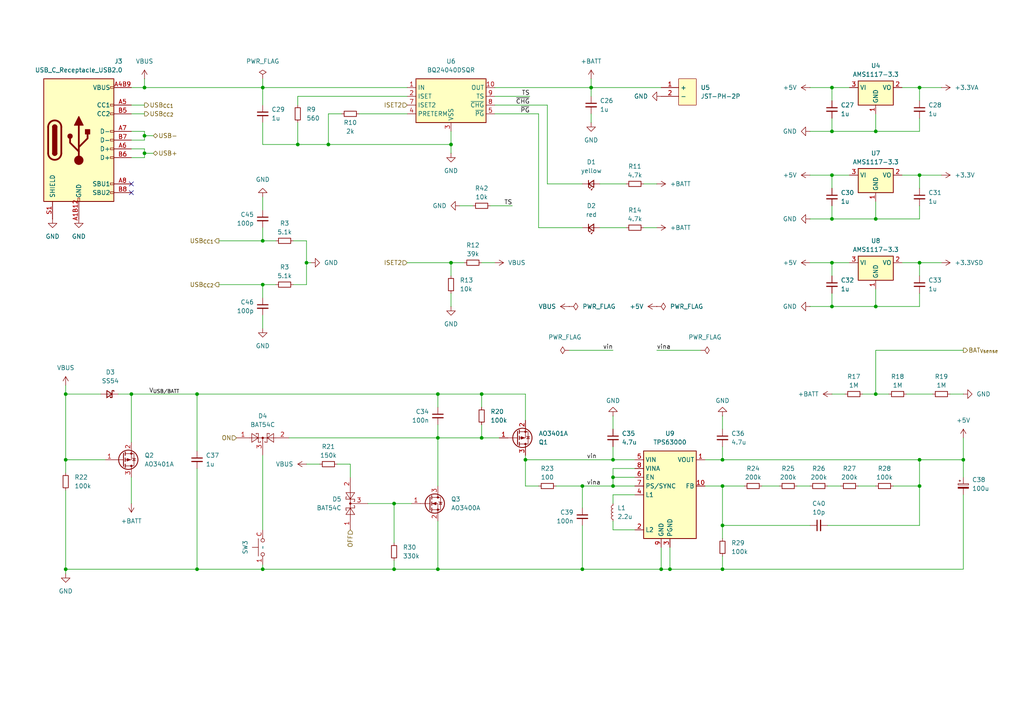
<source format=kicad_sch>
(kicad_sch (version 20250114) (generator "eeschema") (generator_version "9.0")
  (paper "A4")
  (title_block (title "Křeček") (date "2023-12-20") (rev "v0.9-wip") (company "DDM Spirála"))
  (junction (at 38.1 114.3))
  (junction (at 19.05 133.35))
  (junction (at 76.2 165.1))
  (junction (at 57.15 165.1))
  (junction (at 241.3 63.5))
  (junction (at 88.9 76.2))
  (junction (at 19.05 114.3))
  (junction (at 127 165.1))
  (junction (at 241.3 76.2))
  (junction (at 168.91 140.97))
  (junction (at 130.81 41.91))
  (junction (at 76.2 25.4))
  (junction (at 57.15 114.3))
  (junction (at 177.8 138.43))
  (junction (at 171.45 25.4))
  (junction (at 209.55 152.4))
  (junction (at 95.25 41.91))
  (junction (at 254 114.3))
  (junction (at 266.7 133.35))
  (junction (at 241.3 25.4))
  (junction (at 19.05 165.1))
  (junction (at 254 88.9))
  (junction (at 86.36 41.91))
  (junction (at 241.3 38.1))
  (junction (at 209.55 140.97))
  (junction (at 209.55 133.35))
  (junction (at 254 63.5))
  (junction (at 177.8 140.97))
  (junction (at 130.81 76.2))
  (junction (at 266.7 76.2))
  (junction (at 241.3 50.8))
  (junction (at 241.3 88.9))
  (junction (at 152.4 133.35))
  (junction (at 266.7 50.8))
  (junction (at 76.2 82.55))
  (junction (at 194.31 165.1))
  (junction (at 127 114.3))
  (junction (at 279.4 133.35))
  (junction (at 41.91 44.45))
  (junction (at 127 127))
  (junction (at 139.7 127))
  (junction (at 177.8 133.35))
  (junction (at 266.7 140.97))
  (junction (at 209.55 165.1))
  (junction (at 139.7 114.3))
  (junction (at 114.3 146.05))
  (junction (at 168.91 165.1))
  (junction (at 114.3 165.1))
  (junction (at 41.91 25.4))
  (junction (at 76.2 69.85))
  (junction (at 266.7 25.4))
  (junction (at 41.91 39.37))
  (junction (at 191.77 165.1))
  (junction (at 254 38.1))
  (no_connect (at 38.1 55.88))
  (no_connect (at 38.1 53.34))
  (wire (pts (xy 152.4 140.97) (xy 152.4 133.35)))
  (wire (pts (xy 152.4 121.92) (xy 152.4 114.3)))
  (wire (pts (xy 177.8 138.43) (xy 177.8 135.89)))
  (wire (pts (xy 101.6 134.62) (xy 101.6 138.43)))
  (wire (pts (xy 76.2 35.56) (xy 76.2 41.91)))
  (wire (pts (xy 152.4 133.35) (xy 177.8 133.35)))
  (wire (pts (xy 134.62 76.2) (xy 130.81 76.2)))
  (wire (pts (xy 241.3 25.4) (xy 241.3 29.21)))
  (wire (pts (xy 114.3 162.56) (xy 114.3 165.1)))
  (wire (pts (xy 139.7 114.3) (xy 127 114.3)))
  (wire (pts (xy 177.8 153.67) (xy 177.8 151.13)))
  (wire (pts (xy 38.1 43.18) (xy 41.91 43.18)))
  (wire (pts (xy 165.1 101.6) (xy 177.8 101.6)))
  (wire (pts (xy 63.5 82.55) (xy 76.2 82.55)))
  (wire (pts (xy 209.55 165.1) (xy 279.4 165.1)))
  (wire (pts (xy 139.7 127) (xy 144.78 127)))
  (wire (pts (xy 266.7 25.4) (xy 266.7 29.21)))
  (wire (pts (xy 266.7 140.97) (xy 266.7 152.4)))
  (wire (pts (xy 171.45 25.4) (xy 171.45 27.94)))
  (wire (pts (xy 168.91 152.4) (xy 168.91 165.1)))
  (wire (pts (xy 41.91 44.45) (xy 41.91 45.72)))
  (wire (pts (xy 143.51 33.02) (xy 156.21 33.02)))
  (wire (pts (xy 254 101.6) (xy 279.4 101.6)))
  (wire (pts (xy 254 88.9) (xy 254 83.82)))
  (wire (pts (xy 76.2 82.55) (xy 76.2 86.36)))
  (wire (pts (xy 266.7 133.35) (xy 279.4 133.35)))
  (wire (pts (xy 127 165.1) (xy 168.91 165.1)))
  (wire (pts (xy 266.7 34.29) (xy 266.7 38.1)))
  (wire (pts (xy 130.81 76.2) (xy 130.81 80.01)))
  (wire (pts (xy 44.45 44.45) (xy 41.91 44.45)))
  (wire (pts (xy 254 88.9) (xy 241.3 88.9)))
  (wire (pts (xy 88.9 134.62) (xy 92.71 134.62)))
  (wire (pts (xy 88.9 69.85) (xy 88.9 76.2)))
  (wire (pts (xy 209.55 140.97) (xy 204.47 140.97)))
  (wire (pts (xy 127 151.13) (xy 127 165.1)))
  (wire (pts (xy 177.8 120.65) (xy 177.8 124.46)))
  (wire (pts (xy 119.38 146.05) (xy 114.3 146.05)))
  (wire (pts (xy 191.77 158.75) (xy 191.77 165.1)))
  (wire (pts (xy 241.3 85.09) (xy 241.3 88.9)))
  (wire (pts (xy 76.2 22.86) (xy 76.2 25.4)))
  (wire (pts (xy 241.3 114.3) (xy 245.11 114.3)))
  (wire (pts (xy 156.21 33.02) (xy 156.21 66.04)))
  (wire (pts (xy 114.3 165.1) (xy 127 165.1)))
  (wire (pts (xy 19.05 133.35) (xy 19.05 137.16)))
  (wire (pts (xy 279.4 133.35) (xy 279.4 138.43)))
  (wire (pts (xy 86.36 41.91) (xy 95.25 41.91)))
  (wire (pts (xy 248.92 140.97) (xy 254 140.97)))
  (wire (pts (xy 181.61 53.34) (xy 173.99 53.34)))
  (wire (pts (xy 76.2 165.1) (xy 114.3 165.1)))
  (wire (pts (xy 139.7 114.3) (xy 139.7 118.11)))
  (wire (pts (xy 130.81 38.1) (xy 130.81 41.91)))
  (wire (pts (xy 88.9 82.55) (xy 85.09 82.55)))
  (wire (pts (xy 114.3 146.05) (xy 114.3 157.48)))
  (wire (pts (xy 273.05 50.8) (xy 266.7 50.8)))
  (wire (pts (xy 241.3 59.69) (xy 241.3 63.5)))
  (wire (pts (xy 254 38.1) (xy 266.7 38.1)))
  (wire (pts (xy 83.82 127) (xy 127 127)))
  (wire (pts (xy 95.25 41.91) (xy 130.81 41.91)))
  (wire (pts (xy 266.7 76.2) (xy 261.62 76.2)))
  (wire (pts (xy 19.05 133.35) (xy 30.48 133.35)))
  (wire (pts (xy 209.55 152.4) (xy 234.95 152.4)))
  (wire (pts (xy 241.3 25.4) (xy 246.38 25.4)))
  (wire (pts (xy 76.2 25.4) (xy 118.11 25.4)))
  (wire (pts (xy 262.89 114.3) (xy 270.51 114.3)))
  (wire (pts (xy 88.9 76.2) (xy 88.9 82.55)))
  (wire (pts (xy 241.3 34.29) (xy 241.3 38.1)))
  (wire (pts (xy 41.91 38.1) (xy 41.91 39.37)))
  (wire (pts (xy 76.2 132.08) (xy 76.2 153.67)))
  (wire (pts (xy 254 38.1) (xy 241.3 38.1)))
  (wire (pts (xy 118.11 27.94) (xy 86.36 27.94)))
  (wire (pts (xy 127 114.3) (xy 127 118.11)))
  (wire (pts (xy 76.2 91.44) (xy 76.2 95.25)))
  (wire (pts (xy 234.95 88.9) (xy 241.3 88.9)))
  (wire (pts (xy 266.7 50.8) (xy 266.7 54.61)))
  (wire (pts (xy 127 127) (xy 139.7 127)))
  (wire (pts (xy 38.1 114.3) (xy 38.1 128.27)))
  (wire (pts (xy 184.15 140.97) (xy 177.8 140.97)))
  (wire (pts (xy 76.2 25.4) (xy 76.2 30.48)))
  (wire (pts (xy 209.55 120.65) (xy 209.55 124.46)))
  (wire (pts (xy 273.05 25.4) (xy 266.7 25.4)))
  (wire (pts (xy 41.91 45.72) (xy 38.1 45.72)))
  (wire (pts (xy 177.8 138.43) (xy 184.15 138.43)))
  (wire (pts (xy 266.7 59.69) (xy 266.7 63.5)))
  (wire (pts (xy 266.7 76.2) (xy 266.7 80.01)))
  (wire (pts (xy 161.29 140.97) (xy 168.91 140.97)))
  (wire (pts (xy 177.8 146.05) (xy 177.8 143.51)))
  (wire (pts (xy 19.05 114.3) (xy 19.05 133.35)))
  (wire (pts (xy 168.91 165.1) (xy 191.77 165.1)))
  (wire (pts (xy 254 63.5) (xy 266.7 63.5)))
  (wire (pts (xy 250.19 114.3) (xy 254 114.3)))
  (wire (pts (xy 209.55 161.29) (xy 209.55 165.1)))
  (wire (pts (xy 19.05 165.1) (xy 57.15 165.1)))
  (wire (pts (xy 130.81 44.45) (xy 130.81 41.91)))
  (wire (pts (xy 194.31 158.75) (xy 194.31 165.1)))
  (wire (pts (xy 76.2 82.55) (xy 80.01 82.55)))
  (wire (pts (xy 177.8 135.89) (xy 184.15 135.89)))
  (wire (pts (xy 38.1 33.02) (xy 41.91 33.02)))
  (wire (pts (xy 57.15 165.1) (xy 76.2 165.1)))
  (wire (pts (xy 240.03 152.4) (xy 266.7 152.4)))
  (wire (pts (xy 203.2 101.6) (xy 190.5 101.6)))
  (wire (pts (xy 158.75 53.34) (xy 168.91 53.34)))
  (wire (pts (xy 220.98 140.97) (xy 226.06 140.97)))
  (wire (pts (xy 234.95 63.5) (xy 241.3 63.5)))
  (wire (pts (xy 19.05 111.76) (xy 19.05 114.3)))
  (wire (pts (xy 234.95 25.4) (xy 241.3 25.4)))
  (wire (pts (xy 76.2 69.85) (xy 80.01 69.85)))
  (wire (pts (xy 171.45 25.4) (xy 191.77 25.4)))
  (wire (pts (xy 95.25 33.02) (xy 95.25 41.91)))
  (wire (pts (xy 209.55 129.54) (xy 209.55 133.35)))
  (wire (pts (xy 19.05 114.3) (xy 29.21 114.3)))
  (wire (pts (xy 63.5 69.85) (xy 76.2 69.85)))
  (wire (pts (xy 259.08 140.97) (xy 266.7 140.97)))
  (wire (pts (xy 158.75 30.48) (xy 158.75 53.34)))
  (wire (pts (xy 19.05 142.24) (xy 19.05 165.1)))
  (wire (pts (xy 171.45 33.02) (xy 171.45 35.56)))
  (wire (pts (xy 241.3 76.2) (xy 246.38 76.2)))
  (wire (pts (xy 234.95 76.2) (xy 241.3 76.2)))
  (wire (pts (xy 240.03 140.97) (xy 243.84 140.97)))
  (wire (pts (xy 19.05 165.1) (xy 19.05 166.37)))
  (wire (pts (xy 191.77 165.1) (xy 194.31 165.1)))
  (wire (pts (xy 275.59 114.3) (xy 279.4 114.3)))
  (wire (pts (xy 41.91 25.4) (xy 76.2 25.4)))
  (wire (pts (xy 254 114.3) (xy 257.81 114.3)))
  (wire (pts (xy 139.7 127) (xy 139.7 123.19)))
  (wire (pts (xy 254 114.3) (xy 254 101.6)))
  (wire (pts (xy 38.1 30.48) (xy 41.91 30.48)))
  (wire (pts (xy 41.91 22.86) (xy 41.91 25.4)))
  (wire (pts (xy 86.36 27.94) (xy 86.36 30.48)))
  (wire (pts (xy 57.15 135.89) (xy 57.15 165.1)))
  (wire (pts (xy 266.7 85.09) (xy 266.7 88.9)))
  (wire (pts (xy 231.14 140.97) (xy 234.95 140.97)))
  (wire (pts (xy 209.55 165.1) (xy 194.31 165.1)))
  (wire (pts (xy 266.7 25.4) (xy 261.62 25.4)))
  (wire (pts (xy 38.1 25.4) (xy 41.91 25.4)))
  (wire (pts (xy 266.7 50.8) (xy 261.62 50.8)))
  (wire (pts (xy 41.91 39.37) (xy 41.91 40.64)))
  (wire (pts (xy 234.95 38.1) (xy 241.3 38.1)))
  (wire (pts (xy 156.21 66.04) (xy 168.91 66.04)))
  (wire (pts (xy 85.09 69.85) (xy 88.9 69.85)))
  (wire (pts (xy 266.7 140.97) (xy 266.7 133.35)))
  (wire (pts (xy 209.55 140.97) (xy 215.9 140.97)))
  (wire (pts (xy 137.16 59.69) (xy 133.35 59.69)))
  (wire (pts (xy 152.4 132.08) (xy 152.4 133.35)))
  (wire (pts (xy 177.8 143.51) (xy 184.15 143.51)))
  (wire (pts (xy 41.91 40.64) (xy 38.1 40.64)))
  (wire (pts (xy 254 88.9) (xy 266.7 88.9)))
  (wire (pts (xy 143.51 30.48) (xy 158.75 30.48)))
  (wire (pts (xy 279.4 143.51) (xy 279.4 165.1)))
  (wire (pts (xy 234.95 50.8) (xy 241.3 50.8)))
  (wire (pts (xy 130.81 85.09) (xy 130.81 88.9)))
  (wire (pts (xy 273.05 76.2) (xy 266.7 76.2)))
  (wire (pts (xy 41.91 38.1) (xy 38.1 38.1)))
  (wire (pts (xy 209.55 133.35) (xy 266.7 133.35)))
  (wire (pts (xy 177.8 138.43) (xy 177.8 140.97)))
  (wire (pts (xy 204.47 133.35) (xy 209.55 133.35)))
  (wire (pts (xy 168.91 140.97) (xy 177.8 140.97)))
  (wire (pts (xy 143.51 25.4) (xy 171.45 25.4)))
  (wire (pts (xy 241.3 50.8) (xy 246.38 50.8)))
  (wire (pts (xy 106.68 146.05) (xy 114.3 146.05)))
  (wire (pts (xy 279.4 127) (xy 279.4 133.35)))
  (wire (pts (xy 171.45 22.86) (xy 171.45 25.4)))
  (wire (pts (xy 241.3 76.2) (xy 241.3 80.01)))
  (wire (pts (xy 142.24 59.69) (xy 148.59 59.69)))
  (wire (pts (xy 57.15 114.3) (xy 57.15 130.81)))
  (wire (pts (xy 143.51 27.94) (xy 153.67 27.94)))
  (wire (pts (xy 41.91 43.18) (xy 41.91 44.45)))
  (wire (pts (xy 127 127) (xy 127 123.19)))
  (wire (pts (xy 118.11 76.2) (xy 130.81 76.2)))
  (wire (pts (xy 57.15 114.3) (xy 127 114.3)))
  (wire (pts (xy 152.4 114.3) (xy 139.7 114.3)))
  (wire (pts (xy 177.8 133.35) (xy 184.15 133.35)))
  (wire (pts (xy 168.91 140.97) (xy 168.91 147.32)))
  (wire (pts (xy 209.55 156.21) (xy 209.55 152.4)))
  (wire (pts (xy 184.15 153.67) (xy 177.8 153.67)))
  (wire (pts (xy 95.25 33.02) (xy 99.06 33.02)))
  (wire (pts (xy 190.5 53.34) (xy 186.69 53.34)))
  (wire (pts (xy 156.21 140.97) (xy 152.4 140.97)))
  (wire (pts (xy 76.2 163.83) (xy 76.2 165.1)))
  (wire (pts (xy 76.2 41.91) (xy 86.36 41.91)))
  (wire (pts (xy 86.36 35.56) (xy 86.36 41.91)))
  (wire (pts (xy 254 63.5) (xy 241.3 63.5)))
  (wire (pts (xy 88.9 76.2) (xy 90.17 76.2)))
  (wire (pts (xy 241.3 50.8) (xy 241.3 54.61)))
  (wire (pts (xy 127 127) (xy 127 140.97)))
  (wire (pts (xy 76.2 57.15) (xy 76.2 60.96)))
  (wire (pts (xy 38.1 146.05) (xy 38.1 138.43)))
  (wire (pts (xy 143.51 76.2) (xy 139.7 76.2)))
  (wire (pts (xy 254 38.1) (xy 254 33.02)))
  (wire (pts (xy 97.79 134.62) (xy 101.6 134.62)))
  (wire (pts (xy 181.61 66.04) (xy 173.99 66.04)))
  (wire (pts (xy 177.8 129.54) (xy 177.8 133.35)))
  (wire (pts (xy 34.29 114.3) (xy 38.1 114.3)))
  (wire (pts (xy 190.5 66.04) (xy 186.69 66.04)))
  (wire (pts (xy 44.45 39.37) (xy 41.91 39.37)))
  (wire (pts (xy 209.55 140.97) (xy 209.55 152.4)))
  (wire (pts (xy 254 63.5) (xy 254 58.42)))
  (wire (pts (xy 38.1 114.3) (xy 57.15 114.3)))
  (wire (pts (xy 104.14 33.02) (xy 118.11 33.02)))
  (wire (pts (xy 76.2 66.04) (xy 76.2 69.85)))
  (label "~{PG}" (at 153.67 33.02 180))
  (label "~{CHG}" (at 153.67 30.48 180))
  (label "vina" (at 170.18 140.97 0))
  (label "V_{USB{slash}BATT}" (at 52.07 114.3 180))
  (label "vin" (at 177.8 101.6 180))
  (label "vin" (at 170.18 133.35 0))
  (label "TS" (at 153.67 27.94 180))
  (label "TS" (at 148.59 59.69 180))
  (label "vina" (at 190.5 101.6 0))
  (hierarchical_label "OFF" (shape input) (at 101.6 153.67 270))
  (hierarchical_label "USB_{CC1}" (shape output) (at 41.91 30.48 0))
  (hierarchical_label "ISET2" (shape input) (at 118.11 30.48 180))
  (hierarchical_label "USB_{CC1}" (shape output) (at 63.5 69.85 180))
  (hierarchical_label "USB_{CC2}" (shape output) (at 63.5 82.55 180))
  (hierarchical_label "USB-" (shape bidirectional) (at 44.45 39.37 0))
  (hierarchical_label "USB+" (shape bidirectional) (at 44.45 44.45 0))
  (hierarchical_label "BAT_{Vsense}" (shape output) (at 279.4 101.6 0))
  (hierarchical_label "ON" (shape input) (at 68.58 127 180))
  (hierarchical_label "ISET2" (shape input) (at 118.11 76.2 180))
  (hierarchical_label "USB_{CC2}" (shape output) (at 41.91 33.02 0))
  (symbol (lib_id "Device:R_Small") (at 130.81 82.55 180) (unit 1)
    (property "Reference" "R13" (at 133.35 81.28 0) (effects (justify right)))
    (property "Value" "10k" (at 133.35 83.82 0) (effects (justify right)))
    (property "Footprint" "Resistor_SMD:R_0402_1005Metric" (effects (hide yes)))
    (property "Description" "Resistor, small symbol" (effects (hide yes)))
    (property "LCSC Part" "C25744" (effects (hide yes)))
  )
  (symbol (lib_id "Device:R_Small") (at 209.55 158.75 0) (mirror y) (unit 1)
    (property "Reference" "R29" (at 212.09 157.48 0) (effects (justify right)))
    (property "Value" "100k" (at 212.09 160.02 0) (effects (justify right)))
    (property "Footprint" "Resistor_SMD:R_0402_1005Metric" (effects (hide yes)))
    (property "Description" "Resistor, small symbol" (effects (hide yes)))
    (property "LCSC Part" "C25741" (effects (hide yes)))
  )
  (symbol (lib_id "power:GND") (at 279.4 114.3 90) (unit 1)
    (property "Reference" "#PWR052" (effects (hide yes)))
    (property "Value" "GND" (at 283.21 114.3 90) (effects (justify right)))
    (property "Description" "Power symbol creates a global label with name \"GND\" , ground" (effects (hide yes)))
  )
  (symbol (lib_id "Device:C_Small") (at 209.55 127 0) (unit 1)
    (property "Reference" "C36" (at 212.09 125.7363 0) (effects (justify left)))
    (property "Value" "4.7u" (at 212.09 128.2763 0) (effects (justify left)))
    (property "Footprint" "Capacitor_SMD:C_0603_1608Metric" (effects (hide yes)))
    (property "Description" "Unpolarized capacitor, small symbol" (effects (hide yes)))
    (property "LCSC Part" "C19666" (effects (hide yes)))
  )
  (symbol (lib_id "power:VBUS") (at 41.91 22.86 0) (unit 1)
    (property "Reference" "#PWR028" (effects (hide yes)))
    (property "Value" "VBUS" (at 41.91 17.78 0))
    (property "Description" "Power symbol creates a global label with name \"VBUS\"" (effects (hide yes)))
  )
  (symbol (lib_id "Device:C_Small") (at 266.7 57.15 0) (unit 1)
    (property "Reference" "C31" (at 269.24 55.8863 0) (effects (justify left)))
    (property "Value" "1u" (at 269.24 58.4263 0) (effects (justify left)))
    (property "Footprint" "Capacitor_SMD:C_0603_1608Metric" (effects (hide yes)))
    (property "Description" "Unpolarized capacitor, small symbol" (effects (hide yes)))
    (property "LCSC Part" "C15849" (effects (hide yes)))
  )
  (symbol (lib_id "Device:R_Small") (at 246.38 140.97 90) (mirror x) (unit 1)
    (property "Reference" "R27" (at 246.38 135.89 90))
    (property "Value" "200k" (at 246.38 138.43 90))
    (property "Footprint" "Resistor_SMD:R_0402_1005Metric" (effects (hide yes)))
    (property "Description" "Resistor, small symbol" (effects (hide yes)))
    (property "LCSC Part" " C25764 " (effects (hide yes)))
  )
  (symbol (lib_id "Device:C_Small") (at 76.2 88.9 0) (mirror y) (unit 1)
    (property "Reference" "C46" (at 73.66 87.6362 0) (effects (justify left)))
    (property "Value" "100p" (at 73.66 90.1762 0) (effects (justify left)))
    (property "Footprint" "Capacitor_SMD:C_0402_1005Metric" (effects (hide yes)))
    (property "Description" "Unpolarized capacitor, small symbol" (effects (hide yes)))
    (property "LCSC Part" "C1546" (effects (hide yes)))
  )
  (symbol (lib_id "LCSC:BQ24040DSQR") (at 130.81 30.48 0) (unit 1)
    (property "Reference" "U6" (at 130.81 17.78 0))
    (property "Value" "BQ24040DSQR" (at 130.81 20.32 0))
    (property "Footprint" "LCSC:WSON-10_L2.0-W2.0-P0.40-BL-EP" (effects (hide yes)))
    (property "Datasheet" "https://lcsc.com/product-detail/PMIC-Battery-Management_TI_BQ24040DSQR_BQ24040DSQR_C81080.html" (effects (hide yes)))
    (property "LCSC Part" "C81080" (effects (hide yes)))
  )
  (symbol (lib_id "power:GND") (at 15.24 63.5 0) (unit 1)
    (property "Reference" "#PWR045" (effects (hide yes)))
    (property "Value" "GND" (at 15.24 68.58 0))
    (property "Description" "Power symbol creates a global label with name \"GND\" , ground" (effects (hide yes)))
  )
  (symbol (lib_id "Device:R_Small") (at 139.7 120.65 180) (unit 1)
    (property "Reference" "R20" (at 142.24 119.38 0) (effects (justify right)))
    (property "Value" "100k" (at 142.24 121.92 0) (effects (justify right)))
    (property "Footprint" "Resistor_SMD:R_0402_1005Metric" (effects (hide yes)))
    (property "Description" "Resistor, small symbol" (effects (hide yes)))
    (property "LCSC Part" "C25741" (effects (hide yes)))
  )
  (symbol (lib_id "Device:C_Small") (at 266.7 82.55 0) (unit 1)
    (property "Reference" "C33" (at 269.24 81.2863 0) (effects (justify left)))
    (property "Value" "1u" (at 269.24 83.8263 0) (effects (justify left)))
    (property "Footprint" "Capacitor_SMD:C_0603_1608Metric" (effects (hide yes)))
    (property "Description" "Unpolarized capacitor, small symbol" (effects (hide yes)))
    (property "LCSC Part" "C15849" (effects (hide yes)))
  )
  (symbol (lib_id "Krecek:RubberButton") (at 76.2 158.75 90) (unit 1)
    (property "Reference" "SW3" (at 71.12 158.75 0))
    (property "Value" "~" (at 76.2 158.75 0))
    (property "Footprint" "Krecek:RubberButton" (effects (hide yes)))
  )
  (symbol (lib_id "Device:R_Small") (at 256.54 140.97 90) (mirror x) (unit 1)
    (property "Reference" "R28" (at 256.54 135.89 90))
    (property "Value" "100k" (at 256.54 138.43 90))
    (property "Footprint" "Resistor_SMD:R_0402_1005Metric" (effects (hide yes)))
    (property "Description" "Resistor, small symbol" (effects (hide yes)))
    (property "LCSC Part" "C25741 " (effects (hide yes)))
  )
  (symbol (lib_id "Device:R_Small") (at 247.65 114.3 270) (mirror x) (unit 1)
    (property "Reference" "R17" (at 247.65 109.22 90))
    (property "Value" "1M" (at 247.65 111.76 90))
    (property "Footprint" "Resistor_SMD:R_0402_1005Metric" (effects (hide yes)))
    (property "Description" "Resistor, small symbol" (effects (hide yes)))
    (property "LCSC Part" "C26083" (effects (hide yes)))
  )
  (symbol (lib_id "Device:C_Small") (at 76.2 63.5 0) (mirror y) (unit 1)
    (property "Reference" "C45" (at 73.66 62.2362 0) (effects (justify left)))
    (property "Value" "100p" (at 73.66 64.7762 0) (effects (justify left)))
    (property "Footprint" "Capacitor_SMD:C_0402_1005Metric" (effects (hide yes)))
    (property "Description" "Unpolarized capacitor, small symbol" (effects (hide yes)))
    (property "LCSC Part" "C1546" (effects (hide yes)))
  )
  (symbol (lib_id "Device:L_Small") (at 177.8 148.59 180) (unit 1)
    (property "Reference" "L1" (at 179.07 147.32 0) (effects (justify right)))
    (property "Value" "2.2u" (at 179.07 149.86 0) (effects (justify right)))
    (property "Footprint" "Inductor_SMD:L_1008_2520Metric" (effects (hide yes)))
    (property "Description" "Inductor, small symbol" (effects (hide yes)))
    (property "LCSC Part" "C351245" (effects (hide yes)))
  )
  (symbol (lib_id "power:+5V") (at 190.5 88.9 90) (unit 1)
    (property "Reference" "#PWR048" (effects (hide yes)))
    (property "Value" "+5V" (at 186.69 88.8999 90) (effects (justify left)))
    (property "Description" "Power symbol creates a global label with name \"+5V\"" (effects (hide yes)))
  )
  (symbol (lib_id "power:GND") (at 76.2 95.25 0) (unit 1)
    (property "Reference" "#PWR0128" (effects (hide yes)))
    (property "Value" "GND" (at 76.2 100.33 0))
    (property "Description" "Power symbol creates a global label with name \"GND\" , ground" (effects (hide yes)))
  )
  (symbol (lib_id "power:+5V") (at 234.95 25.4 90) (unit 1)
    (property "Reference" "#PWR030" (effects (hide yes)))
    (property "Value" "+5V" (at 231.14 25.4 90) (effects (justify left)))
    (property "Description" "Power symbol creates a global label with name \"+5V\"" (effects (hide yes)))
  )
  (symbol (lib_id "Device:C_Small") (at 76.2 33.02 0) (unit 1)
    (property "Reference" "C29" (at 78.74 31.7563 0) (effects (justify left)))
    (property "Value" "1u" (at 78.74 34.2963 0) (effects (justify left)))
    (property "Footprint" "Capacitor_SMD:C_0603_1608Metric" (effects (hide yes)))
    (property "Description" "Unpolarized capacitor, small symbol" (effects (hide yes)))
    (property "LCSC Part" "C15849" (effects (hide yes)))
  )
  (symbol (lib_id "Transistor_FET:AO3401A") (at 35.56 133.35 0) (mirror x) (unit 1)
    (property "Reference" "Q2" (at 41.91 132.08 0) (effects (justify left)))
    (property "Value" "AO3401A" (at 41.91 134.62 0) (effects (justify left)))
    (property "Footprint" "Package_TO_SOT_SMD:SOT-23" (effects (hide yes)))
    (property "Datasheet" "http://www.aosmd.com/pdfs/datasheet/AO3401A.pdf" (effects (hide yes)))
    (property "Description" "-4.0A Id, -30V Vds, P-Channel MOSFET, SOT-23" (effects (hide yes)))
    (property "LCSC Part" "C15127" (effects (hide yes)))
  )
  (symbol (lib_id "Regulator_Linear:AMS1117-3.3") (at 254 50.8 0) (unit 1)
    (property "Reference" "U7" (at 254 44.45 0))
    (property "Value" "AMS1117-3.3" (at 254 46.99 0))
    (property "Footprint" "Package_TO_SOT_SMD:SOT-223-3_TabPin2" (effects (hide yes)))
    (property "Datasheet" "http://www.advanced-monolithic.com/pdf/ds1117.pdf" (effects (hide yes)))
    (property "Description" "1A Low Dropout regulator, positive, 3.3V fixed output, SOT-223" (effects (hide yes)))
    (property "LCSC Part" "C6186" (effects (hide yes)))
  )
  (symbol (lib_id "Device:C_Small") (at 266.7 31.75 0) (unit 1)
    (property "Reference" "C28" (at 269.24 30.4863 0) (effects (justify left)))
    (property "Value" "1u" (at 269.24 33.0263 0) (effects (justify left)))
    (property "Footprint" "Capacitor_SMD:C_0603_1608Metric" (effects (hide yes)))
    (property "Description" "Unpolarized capacitor, small symbol" (effects (hide yes)))
    (property "LCSC Part" "C15849" (effects (hide yes)))
  )
  (symbol (lib_id "Device:R_Small") (at 158.75 140.97 90) (mirror x) (unit 1)
    (property "Reference" "R23" (at 158.75 135.89 90))
    (property "Value" "100" (at 158.75 138.43 90))
    (property "Footprint" "Resistor_SMD:R_0402_1005Metric" (effects (hide yes)))
    (property "Description" "Resistor, small symbol" (effects (hide yes)))
    (property "LCSC Part" "C25076" (effects (hide yes)))
  )
  (symbol (lib_id "power:GND") (at 22.86 63.5 0) (unit 1)
    (property "Reference" "#PWR040" (effects (hide yes)))
    (property "Value" "GND" (at 22.86 68.58 0))
    (property "Description" "Power symbol creates a global label with name \"GND\" , ground" (effects (hide yes)))
  )
  (symbol (lib_id "Transistor_FET:AO3401A") (at 149.86 127 0) (mirror x) (unit 1)
    (property "Reference" "Q1" (at 156.21 128.27 0) (effects (justify left)))
    (property "Value" "AO3401A" (at 156.21 125.73 0) (effects (justify left)))
    (property "Footprint" "Package_TO_SOT_SMD:SOT-23" (effects (hide yes)))
    (property "Datasheet" "http://www.aosmd.com/pdfs/datasheet/AO3401A.pdf" (effects (hide yes)))
    (property "Description" "-4.0A Id, -30V Vds, P-Channel MOSFET, SOT-23" (effects (hide yes)))
    (property "LCSC Part" "C15127" (effects (hide yes)))
  )
  (symbol (lib_id "power:GND") (at 90.17 76.2 90) (unit 1)
    (property "Reference" "#PWR046" (effects (hide yes)))
    (property "Value" "GND" (at 93.98 76.2 90) (effects (justify right)))
    (property "Description" "Power symbol creates a global label with name \"GND\" , ground" (effects (hide yes)))
    (instances (project "pipi" (path "" (reference "#PWR041") (unit 1))) (project "krecek" (path "" (reference "#PWR046") (unit 1))))
  )
  (symbol (lib_id "Device:R_Small") (at 139.7 59.69 90) (mirror x) (unit 1)
    (property "Reference" "R42" (at 139.7 54.61 90))
    (property "Value" "10k" (at 139.7 57.15 90))
    (property "Footprint" "Resistor_SMD:R_0402_1005Metric" (effects (hide yes)))
    (property "Description" "Resistor, small symbol" (effects (hide yes)))
    (property "LCSC Part" "C25744" (effects (hide yes)))
  )
  (symbol (lib_id "Diode:BAT54C") (at 76.2 127 0) (unit 1)
    (property "Reference" "D4" (at 76.2 120.65 0))
    (property "Value" "BAT54C" (at 76.2 123.19 0))
    (property "Footprint" "Package_TO_SOT_SMD:SOT-23" (effects (hide yes)))
    (property "Datasheet" "http://www.diodes.com/_files/datasheets/ds11005.pdf" (effects (hide yes)))
    (property "Description" "dual schottky barrier diode, common cathode" (effects (hide yes)))
    (property "LCSC Part" "C37704" (effects (hide yes)))
  )
  (symbol (lib_id "power:PWR_FLAG") (at 190.5 88.9 270) (unit 1)
    (property "Reference" "#FLG03" (effects (hide yes)))
    (property "Value" "PWR_FLAG" (at 194.31 88.8999 90) (effects (justify left)))
    (property "Description" "Special symbol for telling ERC where power comes from" (effects (hide yes)))
  )
  (symbol (lib_id "power:PWR_FLAG") (at 203.2 101.6 270) (mirror x) (unit 1)
    (property "Reference" "#FLG05" (effects (hide yes)))
    (property "Value" "PWR_FLAG" (at 204.47 97.79 90))
    (property "Description" "Special symbol for telling ERC where power comes from" (effects (hide yes)))
  )
  (symbol (lib_id "power:+3.3V") (at 273.05 50.8 270) (unit 1)
    (property "Reference" "#PWR037" (effects (hide yes)))
    (property "Value" "+3.3V" (at 276.86 50.8 90) (effects (justify left)))
    (property "Description" "Power symbol creates a global label with name \"+3.3V\"" (effects (hide yes)))
  )
  (symbol (lib_id "power:GND") (at 234.95 38.1 270) (unit 1)
    (property "Reference" "#PWR034" (effects (hide yes)))
    (property "Value" "GND" (at 231.14 38.1 90) (effects (justify right)))
    (property "Description" "Power symbol creates a global label with name \"GND\" , ground" (effects (hide yes)))
  )
  (symbol (lib_id "power:+BATT") (at 38.1 146.05 180) (unit 1)
    (property "Reference" "#PWR058" (effects (hide yes)))
    (property "Value" "+BATT" (at 38.1 151.13 0))
    (property "Description" "Power symbol creates a global label with name \"+BATT\"" (effects (hide yes)))
  )
  (symbol (lib_id "Device:LED_Small") (at 171.45 53.34 0) (mirror x) (unit 1)
    (property "Reference" "D1" (at 171.5135 46.99 0))
    (property "Value" "yellow" (at 171.5135 49.53 0))
    (property "Footprint" "LED_SMD:LED_0603_1608Metric" (effects (hide yes)))
    (property "Description" "Light emitting diode, small symbol" (effects (hide yes)))
    (property "LCSC Part" "C72038" (effects (hide yes)))
  )
  (symbol (lib_id "Device:R_Small") (at 184.15 53.34 270) (mirror x) (unit 1)
    (property "Reference" "R11" (at 184.15 48.26 90))
    (property "Value" "4.7k" (at 184.15 50.8 90))
    (property "Footprint" "Resistor_SMD:R_0402_1005Metric" (effects (hide yes)))
    (property "Description" "Resistor, small symbol" (effects (hide yes)))
    (property "LCSC Part" "C25900" (effects (hide yes)))
  )
  (symbol (lib_id "Device:R_Small") (at 101.6 33.02 90) (unit 1)
    (property "Reference" "R10" (at 101.6 35.56 90))
    (property "Value" "2k" (at 101.6 38.1 90))
    (property "Footprint" "Resistor_SMD:R_0402_1005Metric" (effects (hide yes)))
    (property "Description" "Resistor, small symbol" (effects (hide yes)))
    (property "LCSC Part" "C4109" (effects (hide yes)))
  )
  (symbol (lib_id "power:VBUS") (at 88.9 134.62 90) (unit 1)
    (property "Reference" "#PWR057" (effects (hide yes)))
    (property "Value" "VBUS" (at 85.09 134.62 90) (effects (justify left)))
    (property "Description" "Power symbol creates a global label with name \"VBUS\"" (effects (hide yes)))
  )
  (symbol (lib_id "power:GND") (at 76.2 57.15 180) (unit 1)
    (property "Reference" "#PWR0117" (effects (hide yes)))
    (property "Value" "GND" (at 76.2 52.07 0))
    (property "Description" "Power symbol creates a global label with name \"GND\" , ground" (effects (hide yes)))
  )
  (symbol (lib_id "power:+BATT") (at 241.3 114.3 90) (unit 1)
    (property "Reference" "#PWR051" (effects (hide yes)))
    (property "Value" "+BATT" (at 237.49 114.3 90) (effects (justify left)))
    (property "Description" "Power symbol creates a global label with name \"+BATT\"" (effects (hide yes)))
  )
  (symbol (lib_id "Device:R_Small") (at 237.49 140.97 90) (mirror x) (unit 1)
    (property "Reference" "R26" (at 237.49 135.89 90))
    (property "Value" "200k" (at 237.49 138.43 90))
    (property "Footprint" "Resistor_SMD:R_0402_1005Metric" (effects (hide yes)))
    (property "Description" "Resistor, small symbol" (effects (hide yes)))
    (property "LCSC Part" " C25764 " (effects (hide yes)))
  )
  (symbol (lib_id "power:VBUS") (at 143.51 76.2 270) (unit 1)
    (property "Reference" "#PWR039" (effects (hide yes)))
    (property "Value" "VBUS" (at 147.32 76.2 90) (effects (justify left)))
    (property "Description" "Power symbol creates a global label with name \"VBUS\"" (effects (hide yes)))
  )
  (symbol (lib_id "power:PWR_FLAG") (at 165.1 88.9 270) (unit 1)
    (property "Reference" "#FLG02" (effects (hide yes)))
    (property "Value" "PWR_FLAG" (at 168.91 88.8999 90) (effects (justify left)))
    (property "Description" "Special symbol for telling ERC where power comes from" (effects (hide yes)))
  )
  (symbol (lib_id "Device:C_Small") (at 241.3 31.75 0) (unit 1)
    (property "Reference" "C27" (at 243.84 30.4863 0) (effects (justify left)))
    (property "Value" "1u" (at 243.84 33.0263 0) (effects (justify left)))
    (property "Footprint" "Capacitor_SMD:C_0603_1608Metric" (effects (hide yes)))
    (property "Description" "Unpolarized capacitor, small symbol" (effects (hide yes)))
    (property "LCSC Part" "C15849" (effects (hide yes)))
  )
  (symbol (lib_id "power:+5V") (at 234.95 50.8 90) (unit 1)
    (property "Reference" "#PWR036" (effects (hide yes)))
    (property "Value" "+5V" (at 231.14 50.8 90) (effects (justify left)))
    (property "Description" "Power symbol creates a global label with name \"+5V\"" (effects (hide yes)))
  )
  (symbol (lib_id "Regulator_Switching:TPS63000") (at 194.31 143.51 0) (unit 1)
    (property "Reference" "U9" (at 194.31 125.73 0))
    (property "Value" "TPS63000" (at 194.31 128.27 0))
    (property "Footprint" "Package_SON:Texas_DRC0010J_ThermalVias" (effects (hide yes)))
    (property "Datasheet" "http://www.ti.com/lit/ds/symlink/tps63000.pdf" (effects (hide yes)))
    (property "Description" "Buck-Boost Converter, 1.8-5.5V Input Voltage, 1.8A Switch Current, Adjustable 1.2-5.5V Output Voltage, VSON-10" (effects (hide yes)))
    (property "LCSC Part" "C24966" (effects (hide yes)))
  )
  (symbol (lib_id "Device:D_Schottky_Small") (at 31.75 114.3 0) (mirror y) (unit 1)
    (property "Reference" "D3" (at 32.004 107.95 0))
    (property "Value" "SS54" (at 32.004 110.49 0))
    (property "Footprint" "Diode_SMD:D_SMA" (effects (hide yes)))
    (property "Description" "Schottky diode, small symbol" (effects (hide yes)))
    (property "LCSC Part" "C22452" (effects (hide yes)))
  )
  (symbol (lib_id "power:GND") (at 130.81 44.45 0) (unit 1)
    (property "Reference" "#PWR035" (effects (hide yes)))
    (property "Value" "GND" (at 130.81 49.53 0))
    (property "Description" "Power symbol creates a global label with name \"GND\" , ground" (effects (hide yes)))
  )
  (symbol (lib_id "Device:C_Small") (at 168.91 149.86 0) (mirror y) (unit 1)
    (property "Reference" "C39" (at 166.37 148.5963 0) (effects (justify left)))
    (property "Value" "100n" (at 166.37 151.1363 0) (effects (justify left)))
    (property "Footprint" "Capacitor_SMD:C_0402_1005Metric" (effects (hide yes)))
    (property "Description" "Unpolarized capacitor, small symbol" (effects (hide yes)))
    (property "LCSC Part" "C307331" (effects (hide yes)))
  )
  (symbol (lib_id "power:GND") (at 171.45 35.56 0) (unit 1)
    (property "Reference" "#PWR033" (effects (hide yes)))
    (property "Value" "GND" (at 171.45 40.64 0))
    (property "Description" "Power symbol creates a global label with name \"GND\" , ground" (effects (hide yes)))
  )
  (symbol (lib_id "power:+BATT") (at 190.5 66.04 270) (mirror x) (unit 1)
    (property "Reference" "#PWR042" (effects (hide yes)))
    (property "Value" "+BATT" (at 194.31 66.04 90) (effects (justify left)))
    (property "Description" "Power symbol creates a global label with name \"+BATT\"" (effects (hide yes)))
  )
  (symbol (lib_id "power:GND") (at 234.95 88.9 270) (unit 1)
    (property "Reference" "#PWR049" (effects (hide yes)))
    (property "Value" "GND" (at 231.14 88.9 90) (effects (justify right)))
    (property "Description" "Power symbol creates a global label with name \"GND\" , ground" (effects (hide yes)))
  )
  (symbol (lib_id "Device:R_Small") (at 95.25 134.62 270) (mirror x) (unit 1)
    (property "Reference" "R21" (at 95.25 129.54 90))
    (property "Value" "150k" (at 95.25 132.08 90))
    (property "Footprint" "Resistor_SMD:R_0603_1608Metric" (effects (hide yes)))
    (property "Description" "Resistor, small symbol" (effects (hide yes)))
    (property "LCSC Part" "C22807" (effects (hide yes)))
  )
  (symbol (lib_id "Device:R_Small") (at 19.05 139.7 180) (unit 1)
    (property "Reference" "R22" (at 21.59 138.43 0) (effects (justify right)))
    (property "Value" "100k" (at 21.59 140.97 0) (effects (justify right)))
    (property "Footprint" "Resistor_SMD:R_0402_1005Metric" (effects (hide yes)))
    (property "Description" "Resistor, small symbol" (effects (hide yes)))
    (property "LCSC Part" "C25741" (effects (hide yes)))
  )
  (symbol (lib_id "power:+3.3VA") (at 273.05 25.4 270) (unit 1)
    (property "Reference" "#PWR031" (effects (hide yes)))
    (property "Value" "+3.3VA" (at 276.86 25.4 90) (effects (justify left)))
    (property "Description" "Power symbol creates a global label with name \"+3.3VA\"" (effects (hide yes)))
  )
  (symbol (lib_id "power:+BATT") (at 190.5 53.34 270) (mirror x) (unit 1)
    (property "Reference" "#PWR038" (effects (hide yes)))
    (property "Value" "+BATT" (at 194.31 53.34 90) (effects (justify left)))
    (property "Description" "Power symbol creates a global label with name \"+BATT\"" (effects (hide yes)))
  )
  (symbol (lib_id "Device:R_Small") (at 86.36 33.02 0) (unit 1)
    (property "Reference" "R9" (at 88.9 31.75 0) (effects (justify left)))
    (property "Value" "560" (at 88.9 34.29 0) (effects (justify left)))
    (property "Footprint" "Resistor_SMD:R_0603_1608Metric" (effects (hide yes)))
    (property "Description" "Resistor, small symbol" (effects (hide yes)))
    (property "LCSC Part" "C23204" (effects (hide yes)))
  )
  (symbol (lib_id "power:GND") (at 209.55 120.65 180) (unit 1)
    (property "Reference" "#PWR054" (effects (hide yes)))
    (property "Value" "GND" (at 209.55 116.205 0))
    (property "Description" "Power symbol creates a global label with name \"GND\" , ground" (effects (hide yes)))
  )
  (symbol (lib_id "Device:R_Small") (at 228.6 140.97 90) (mirror x) (unit 1)
    (property "Reference" "R25" (at 228.6 135.89 90))
    (property "Value" "200k" (at 228.6 138.43 90))
    (property "Footprint" "Resistor_SMD:R_0402_1005Metric" (effects (hide yes)))
    (property "Description" "Resistor, small symbol" (effects (hide yes)))
    (property "LCSC Part" " C25764 " (effects (hide yes)))
  )
  (symbol (lib_id "Device:R_Small") (at 82.55 82.55 90) (unit 1)
    (property "Reference" "R16" (at 82.55 77.47 90))
    (property "Value" "5.1k" (at 82.55 80.01 90))
    (property "Footprint" "Resistor_SMD:R_0402_1005Metric" (effects (hide yes)))
    (property "Description" "Resistor, small symbol" (effects (hide yes)))
    (property "LCSC Part" "C25905" (effects (hide yes)))
    (instances (project "barbecue" (path "" (reference "R3") (unit 1))) (project "bento-vna" (path "" (reference "R6") (unit 1))) (project "pipi" (path "" (reference "R7") (unit 1)) (path "" (reference "R7") (unit 1)) (path "" (reference "R8") (unit 1))) (project "pipi" (path "" (reference "R6") (unit 1)) (path "" (reference "R21") (unit 1)) (path "" (reference "R24") (unit 1))) (project "krecek" (path "" (reference "R16") (unit 1))))
  )
  (symbol (lib_id "Device:R_Small") (at 184.15 66.04 270) (mirror x) (unit 1)
    (property "Reference" "R14" (at 184.15 60.96 90))
    (property "Value" "4.7k" (at 184.15 63.5 90))
    (property "Footprint" "Resistor_SMD:R_0402_1005Metric" (effects (hide yes)))
    (property "Description" "Resistor, small symbol" (effects (hide yes)))
    (property "LCSC Part" "C25900" (effects (hide yes)))
  )
  (symbol (lib_id "Device:C_Small") (at 237.49 152.4 90) (unit 1)
    (property "Reference" "C40" (at 237.4963 146.05 90))
    (property "Value" "10p" (at 237.4963 148.59 90))
    (property "Footprint" "Capacitor_SMD:C_0402_1005Metric" (effects (hide yes)))
    (property "Description" "Unpolarized capacitor, small symbol" (effects (hide yes)))
    (property "LCSC Part" "C32949" (effects (hide yes)))
  )
  (symbol (lib_id "power:+5V") (at 234.95 76.2 90) (unit 1)
    (property "Reference" "#PWR044" (effects (hide yes)))
    (property "Value" "+5V" (at 231.14 76.2 90) (effects (justify left)))
    (property "Description" "Power symbol creates a global label with name \"+5V\"" (effects (hide yes)))
  )
  (symbol (lib_id "Device:C_Small") (at 177.8 127 0) (unit 1)
    (property "Reference" "C35" (at 180.34 125.7363 0) (effects (justify left)))
    (property "Value" "4.7u" (at 180.34 128.2763 0) (effects (justify left)))
    (property "Footprint" "Capacitor_SMD:C_0603_1608Metric" (effects (hide yes)))
    (property "Description" "Unpolarized capacitor, small symbol" (effects (hide yes)))
    (property "LCSC Part" "C19666" (effects (hide yes)))
  )
  (symbol (lib_id "Regulator_Linear:AMS1117-3.3") (at 254 76.2 0) (unit 1)
    (property "Reference" "U8" (at 254 69.85 0))
    (property "Value" "AMS1117-3.3" (at 254 72.39 0))
    (property "Footprint" "Package_TO_SOT_SMD:SOT-223-3_TabPin2" (effects (hide yes)))
    (property "Datasheet" "http://www.advanced-monolithic.com/pdf/ds1117.pdf" (effects (hide yes)))
    (property "Description" "1A Low Dropout regulator, positive, 3.3V fixed output, SOT-223" (effects (hide yes)))
    (property "LCSC Part" "C6186" (effects (hide yes)))
  )
  (symbol (lib_id "Diode:BAT54C") (at 101.6 146.05 90) (unit 1)
    (property "Reference" "D5" (at 99.06 144.78 90) (effects (justify left)))
    (property "Value" "BAT54C" (at 99.06 147.32 90) (effects (justify left)))
    (property "Footprint" "Package_TO_SOT_SMD:SOT-23" (effects (hide yes)))
    (property "Datasheet" "http://www.diodes.com/_files/datasheets/ds11005.pdf" (effects (hide yes)))
    (property "Description" "dual schottky barrier diode, common cathode" (effects (hide yes)))
    (property "LCSC Part" "C37704" (effects (hide yes)))
  )
  (symbol (lib_id "power:+BATT") (at 171.45 22.86 0) (unit 1)
    (property "Reference" "#PWR029" (effects (hide yes)))
    (property "Value" "+BATT" (at 171.45 17.78 0))
    (property "Description" "Power symbol creates a global label with name \"+BATT\"" (effects (hide yes)))
  )
  (symbol (lib_id "power:GND") (at 234.95 63.5 270) (unit 1)
    (property "Reference" "#PWR041" (effects (hide yes)))
    (property "Value" "GND" (at 231.14 63.5 90) (effects (justify right)))
    (property "Description" "Power symbol creates a global label with name \"GND\" , ground" (effects (hide yes)))
  )
  (symbol (lib_id "Krecek:+3.3VSD") (at 273.05 76.2 270) (unit 1) (in_bom no) (on_board no)
    (property "Reference" "#+3.3VSD01" (effects (hide yes)))
    (property "Value" "+3.3VSD" (at 276.86 76.2 90) (effects (justify left)))
  )
  (symbol (lib_id "Device:R_Small") (at 82.55 69.85 90) (mirror x) (unit 1)
    (property "Reference" "R15" (at 82.55 64.77 90))
    (property "Value" "5.1k" (at 82.55 67.31 90))
    (property "Footprint" "Resistor_SMD:R_0402_1005Metric" (effects (hide yes)))
    (property "Description" "Resistor, small symbol" (effects (hide yes)))
    (property "LCSC Part" "C25905" (effects (hide yes)))
    (instances (project "barbecue" (path "" (reference "R3") (unit 1))) (project "bento-vna" (path "" (reference "R6") (unit 1))) (project "pipi" (path "" (reference "R7") (unit 1)) (path "" (reference "R7") (unit 1)) (path "" (reference "R8") (unit 1))) (project "pipi" (path "" (reference "R6") (unit 1)) (path "" (reference "R21") (unit 1)) (path "" (reference "R22") (unit 1))) (project "krecek" (path "" (reference "R15") (unit 1))))
  )
  (symbol (lib_id "Device:R_Small") (at 137.16 76.2 90) (unit 1)
    (property "Reference" "R12" (at 137.16 71.12 90))
    (property "Value" "39k" (at 137.16 73.66 90))
    (property "Footprint" "Resistor_SMD:R_0603_1608Metric" (effects (hide yes)))
    (property "Description" "Resistor, small symbol" (effects (hide yes)))
    (property "LCSC Part" "C23153" (effects (hide yes)))
  )
  (symbol (lib_id "power:GND") (at 191.77 27.94 270) (unit 1)
    (property "Reference" "#PWR032" (effects (hide yes)))
    (property "Value" "GND" (at 187.96 27.94 90) (effects (justify right)))
    (property "Description" "Power symbol creates a global label with name \"GND\" , ground" (effects (hide yes)))
  )
  (symbol (lib_id "Device:C_Small") (at 241.3 57.15 0) (unit 1)
    (property "Reference" "C30" (at 243.84 55.8863 0) (effects (justify left)))
    (property "Value" "1u" (at 243.84 58.4263 0) (effects (justify left)))
    (property "Footprint" "Capacitor_SMD:C_0603_1608Metric" (effects (hide yes)))
    (property "Description" "Unpolarized capacitor, small symbol" (effects (hide yes)))
    (property "LCSC Part" "C15849" (effects (hide yes)))
  )
  (symbol (lib_id "power:GND") (at 130.81 88.9 0) (unit 1)
    (property "Reference" "#PWR043" (effects (hide yes)))
    (property "Value" "GND" (at 130.81 93.98 0))
    (property "Description" "Power symbol creates a global label with name \"GND\" , ground" (effects (hide yes)))
  )
  (symbol (lib_id "power:VBUS") (at 19.05 111.76 0) (unit 1)
    (property "Reference" "#PWR050" (effects (hide yes)))
    (property "Value" "VBUS" (at 19.05 106.68 0))
    (property "Description" "Power symbol creates a global label with name \"VBUS\"" (effects (hide yes)))
  )
  (symbol (lib_id "power:GND") (at 19.05 166.37 0) (unit 1)
    (property "Reference" "#PWR059" (effects (hide yes)))
    (property "Value" "GND" (at 19.05 171.45 0))
    (property "Description" "Power symbol creates a global label with name \"GND\" , ground" (effects (hide yes)))
  )
  (symbol (lib_id "Regulator_Linear:AMS1117-3.3") (at 254 25.4 0) (unit 1)
    (property "Reference" "U4" (at 254 19.05 0))
    (property "Value" "AMS1117-3.3" (at 254 21.59 0))
    (property "Footprint" "Package_TO_SOT_SMD:SOT-223-3_TabPin2" (effects (hide yes)))
    (property "Datasheet" "http://www.advanced-monolithic.com/pdf/ds1117.pdf" (effects (hide yes)))
    (property "Description" "1A Low Dropout regulator, positive, 3.3V fixed output, SOT-223" (effects (hide yes)))
    (property "LCSC Part" "C6186" (effects (hide yes)))
  )
  (symbol (lib_id "Device:LED_Small") (at 171.45 66.04 0) (mirror x) (unit 1)
    (property "Reference" "D2" (at 171.5135 59.69 0))
    (property "Value" "red" (at 171.5135 62.23 0))
    (property "Footprint" "LED_SMD:LED_0603_1608Metric" (effects (hide yes)))
    (property "Description" "Light emitting diode, small symbol" (effects (hide yes)))
    (property "LCSC Part" "C2286" (effects (hide yes)))
  )
  (symbol (lib_id "power:VBUS") (at 165.1 88.9 90) (unit 1)
    (property "Reference" "#PWR047" (effects (hide yes)))
    (property "Value" "VBUS" (at 161.29 88.8999 90) (effects (justify left)))
    (property "Description" "Power symbol creates a global label with name \"VBUS\"" (effects (hide yes)))
  )
  (symbol (lib_id "Device:C_Small") (at 57.15 133.35 0) (unit 1)
    (property "Reference" "C37" (at 59.69 132.0863 0) (effects (justify left)))
    (property "Value" "1u" (at 59.69 134.6263 0) (effects (justify left)))
    (property "Footprint" "Capacitor_SMD:C_0603_1608Metric" (effects (hide yes)))
    (property "Description" "Unpolarized capacitor, small symbol" (effects (hide yes)))
    (property "LCSC Part" "C15849" (effects (hide yes)))
  )
  (symbol (lib_id "LCSC:USB_C_Receptacle_USB2.0") (at 22.86 40.64 0) (unit 1)
    (property "Reference" "J3" (at 35.56 17.78 0) (effects (justify right)))
    (property "Value" "USB_C_Receptacle_USB2.0" (at 35.56 20.32 0) (effects (justify right)))
    (property "Footprint" "LCSC:USB-C-SMD_TYPEC-304J-BCP16" (effects (hide yes)))
    (property "Datasheet" "https://www.usb.org/sites/default/files/documents/usb_type-c.zip" (effects (hide yes)))
    (property "Description" "USB 2.0-only Type-C Receptacle connector" (effects (hide yes)))
    (property "LCSC Part" "C2835315" (effects (hide yes)))
  )
  (symbol (lib_id "Device:R_Small") (at 114.3 160.02 180) (unit 1)
    (property "Reference" "R30" (at 116.84 158.75 0) (effects (justify right)))
    (property "Value" "330k" (at 116.84 161.29 0) (effects (justify right)))
    (property "Footprint" "Resistor_SMD:R_0603_1608Metric" (effects (hide yes)))
    (property "Description" "Resistor, small symbol" (effects (hide yes)))
    (property "LCSC Part" "C23137" (effects (hide yes)))
  )
  (symbol (lib_id "Device:C_Small") (at 127 120.65 0) (mirror y) (unit 1)
    (property "Reference" "C34" (at 124.46 119.3863 0) (effects (justify left)))
    (property "Value" "100n" (at 124.46 121.9263 0) (effects (justify left)))
    (property "Footprint" "Capacitor_SMD:C_0402_1005Metric" (effects (hide yes)))
    (property "Description" "Unpolarized capacitor, small symbol" (effects (hide yes)))
    (property "LCSC Part" "C307331" (effects (hide yes)))
  )
  (symbol (lib_id "Device:R_Small") (at 260.35 114.3 270) (mirror x) (unit 1)
    (property "Reference" "R18" (at 260.35 109.22 90))
    (property "Value" "1M" (at 260.35 111.76 90))
    (property "Footprint" "Resistor_SMD:R_0402_1005Metric" (effects (hide yes)))
    (property "Description" "Resistor, small symbol" (effects (hide yes)))
    (property "LCSC Part" "C26083" (effects (hide yes)))
  )
  (symbol (lib_id "Device:R_Small") (at 218.44 140.97 90) (mirror x) (unit 1)
    (property "Reference" "R24" (at 218.44 135.89 90))
    (property "Value" "200k" (at 218.44 138.43 90))
    (property "Footprint" "Resistor_SMD:R_0402_1005Metric" (effects (hide yes)))
    (property "Description" "Resistor, small symbol" (effects (hide yes)))
    (property "LCSC Part" " C25764 " (effects (hide yes)))
  )
  (symbol (lib_id "power:GND") (at 177.8 120.65 180) (unit 1)
    (property "Reference" "#PWR053" (effects (hide yes)))
    (property "Value" "GND" (at 177.8 116.205 0))
    (property "Description" "Power symbol creates a global label with name \"GND\" , ground" (effects (hide yes)))
  )
  (symbol (lib_id "power:PWR_FLAG") (at 165.1 101.6 90) (unit 1)
    (property "Reference" "#FLG04" (effects (hide yes)))
    (property "Value" "PWR_FLAG" (at 163.83 97.79 90))
    (property "Description" "Special symbol for telling ERC where power comes from" (effects (hide yes)))
  )
  (symbol (lib_id "power:PWR_FLAG") (at 76.2 22.86 0) (unit 1)
    (property "Reference" "#FLG01" (effects (hide yes)))
    (property "Value" "PWR_FLAG" (at 76.2 17.78 0))
    (property "Description" "Special symbol for telling ERC where power comes from" (effects (hide yes)))
  )
  (symbol (lib_id "Device:C_Small") (at 171.45 30.48 0) (unit 1)
    (property "Reference" "C26" (at 173.99 29.2163 0) (effects (justify left)))
    (property "Value" "1u" (at 173.99 31.7563 0) (effects (justify left)))
    (property "Footprint" "Capacitor_SMD:C_0603_1608Metric" (effects (hide yes)))
    (property "Description" "Unpolarized capacitor, small symbol" (effects (hide yes)))
    (property "LCSC Part" "C15849" (effects (hide yes)))
  )
  (symbol (lib_id "Device:C_Small") (at 241.3 82.55 0) (unit 1)
    (property "Reference" "C32" (at 243.84 81.2863 0) (effects (justify left)))
    (property "Value" "1u" (at 243.84 83.8263 0) (effects (justify left)))
    (property "Footprint" "Capacitor_SMD:C_0603_1608Metric" (effects (hide yes)))
    (property "Description" "Unpolarized capacitor, small symbol" (effects (hide yes)))
    (property "LCSC Part" "C15849" (effects (hide yes)))
  )
  (symbol (lib_id "Transistor_FET:AO3400A") (at 124.46 146.05 0) (unit 1)
    (property "Reference" "Q3" (at 130.81 144.7799 0) (effects (justify left)))
    (property "Value" "AO3400A" (at 130.81 147.3199 0) (effects (justify left)))
    (property "Footprint" "Package_TO_SOT_SMD:SOT-23" (effects (hide yes)))
    (property "Datasheet" "http://www.aosmd.com/pdfs/datasheet/AO3400A.pdf" (effects (hide yes)))
    (property "Description" "30V Vds, 5.7A Id, N-Channel MOSFET, SOT-23" (effects (hide yes)))
    (property "LCSC Part" "C20917" (effects (hide yes)))
  )
  (symbol (lib_id "power:+5V") (at 279.4 127 0) (unit 1)
    (property "Reference" "#PWR056" (effects (hide yes)))
    (property "Value" "+5V" (at 279.4 121.92 0))
    (property "Description" "Power symbol creates a global label with name \"+5V\"" (effects (hide yes)))
  )
  (symbol (lib_id "power:GND") (at 133.35 59.69 270) (mirror x) (unit 1)
    (property "Reference" "#PWR091" (effects (hide yes)))
    (property "Value" "GND" (at 129.54 59.6899 90) (effects (justify right)))
    (property "Description" "Power symbol creates a global label with name \"GND\" , ground" (effects (hide yes)))
  )
  (symbol (lib_id "Device:R_Small") (at 273.05 114.3 270) (mirror x) (unit 1)
    (property "Reference" "R19" (at 273.05 109.22 90))
    (property "Value" "1M" (at 273.05 111.76 90))
    (property "Footprint" "Resistor_SMD:R_0402_1005Metric" (effects (hide yes)))
    (property "Description" "Resistor, small symbol" (effects (hide yes)))
    (property "LCSC Part" "C26083" (effects (hide yes)))
  )
  (symbol (lib_id "LCSC:S2B-PH-KL(LF)(SN)") (at 196.85 27.94 90) (mirror x) (unit 1)
    (property "Reference" "U5" (at 203.2 25.4 90) (effects (justify right)))
    (property "Value" "JST-PH-2P" (at 203.2 27.94 90) (effects (justify right)))
    (property "Footprint" "LCSC:CONN-TH-2P-P2.00_S2B-PH-KL-LF-SN" (effects (hide yes)))
    (property "Datasheet" "https://lcsc.com/product-detail/Others_JST-Sales-America__JST-Sales-America-S2B-PH-KL-LF-SN_C160237.html" (effects (hide yes)))
    (property "LCSC Part" "C160237" (effects (hide yes)))
  )
  (symbol (lib_id "Device:C_Polarized_Small") (at 279.4 140.97 0) (unit 1)
    (property "Reference" "C38" (at 281.94 139.1539 0) (effects (justify left)))
    (property "Value" "100u" (at 281.94 141.6939 0) (effects (justify left)))
    (property "Footprint" "Capacitor_Tantalum_SMD:CP_EIA-3528-21_Kemet-B" (effects (hide yes)))
    (property "Description" "Polarized capacitor, small symbol" (effects (hide yes)))
    (property "LCSC Part" "C16133" (effects (hide yes)))
  )
)
</source>
